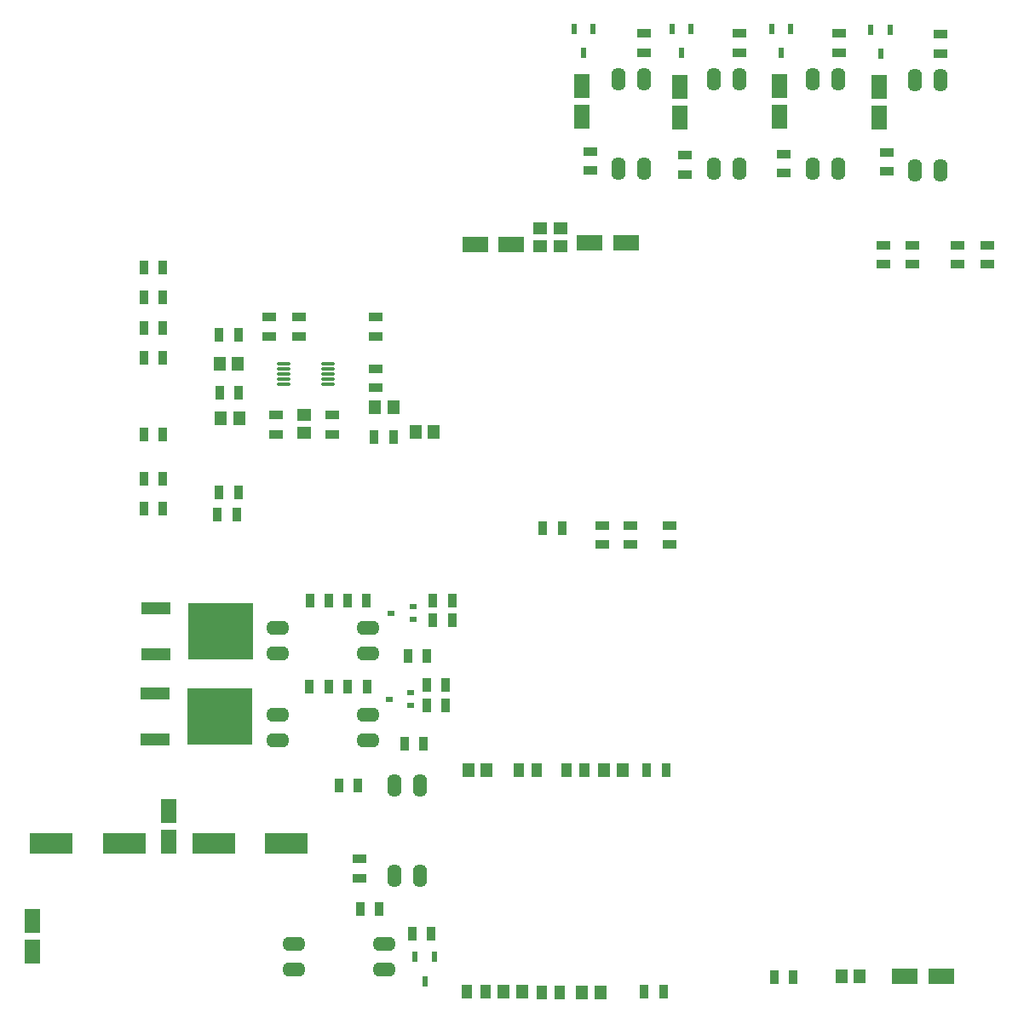
<source format=gbr>
G04*
G04 #@! TF.GenerationSoftware,Altium Limited,Altium Designer,23.4.1 (23)*
G04*
G04 Layer_Color=8421504*
%FSLAX44Y44*%
%MOMM*%
G71*
G04*
G04 #@! TF.SameCoordinates,D0D66092-9503-49CE-A8E5-9A8E55B049E1*
G04*
G04*
G04 #@! TF.FilePolarity,Positive*
G04*
G01*
G75*
%ADD15R,1.5500X2.4000*%
%ADD16R,2.6500X1.6500*%
%ADD17R,1.1500X1.4500*%
%ADD18R,1.4500X1.1500*%
%ADD19R,4.2000X2.1000*%
%ADD20R,1.1000X1.4500*%
%ADD21O,1.4000X2.3000*%
%ADD22O,2.3000X1.4000*%
%ADD23O,1.4500X0.3000*%
%ADD24R,0.6000X1.0000*%
%ADD25R,0.8000X0.5500*%
%ADD26R,1.4000X0.9500*%
%ADD27R,0.9500X1.4000*%
%ADD28R,3.0000X1.2500*%
%ADD29R,6.4000X5.5500*%
D15*
X165500Y200000D02*
D03*
Y169500D02*
D03*
X29677Y59794D02*
D03*
Y90294D02*
D03*
X772500Y889500D02*
D03*
Y920000D02*
D03*
X673500Y919750D02*
D03*
Y889250D02*
D03*
X576500Y889500D02*
D03*
Y920000D02*
D03*
X871500Y919000D02*
D03*
Y888500D02*
D03*
D16*
X897000Y35000D02*
D03*
X933000D02*
D03*
X470000Y763000D02*
D03*
X506000D02*
D03*
X620000Y764000D02*
D03*
X584000D02*
D03*
D17*
X834000Y35000D02*
D03*
X852000D02*
D03*
X370750Y601000D02*
D03*
X388750D02*
D03*
X235500Y590250D02*
D03*
X217500D02*
D03*
X234000Y643750D02*
D03*
X216000D02*
D03*
X498500Y20000D02*
D03*
X516500D02*
D03*
X594500Y19500D02*
D03*
X576500D02*
D03*
X481500Y240000D02*
D03*
X463500D02*
D03*
X616500D02*
D03*
X598500D02*
D03*
X411000Y576500D02*
D03*
X429000D02*
D03*
D18*
X300000Y593250D02*
D03*
Y575250D02*
D03*
X535000Y779000D02*
D03*
Y761000D02*
D03*
X555000Y779000D02*
D03*
Y761000D02*
D03*
D19*
X121250Y167500D02*
D03*
X48750D02*
D03*
X282500D02*
D03*
X210000D02*
D03*
D20*
X462000Y20000D02*
D03*
X480000D02*
D03*
X513500Y240000D02*
D03*
X531500D02*
D03*
X561000Y240000D02*
D03*
X579000D02*
D03*
X554500Y19500D02*
D03*
X536500D02*
D03*
D21*
X389800Y135250D02*
D03*
X415200D02*
D03*
X389800Y224750D02*
D03*
X415200D02*
D03*
X932700Y926250D02*
D03*
X907300D02*
D03*
X932700Y836750D02*
D03*
X907300D02*
D03*
X637700Y927250D02*
D03*
X612300D02*
D03*
X637700Y837750D02*
D03*
X612300D02*
D03*
X732700Y927250D02*
D03*
X707300D02*
D03*
X732700Y837750D02*
D03*
X707300D02*
D03*
X831200Y927250D02*
D03*
X805800D02*
D03*
X831200Y837750D02*
D03*
X805800D02*
D03*
D22*
X379750Y42300D02*
D03*
Y67700D02*
D03*
X290250Y42300D02*
D03*
Y67700D02*
D03*
X363500Y356050D02*
D03*
Y381450D02*
D03*
X274000Y356050D02*
D03*
Y381450D02*
D03*
X363750Y270050D02*
D03*
Y295450D02*
D03*
X274250Y270050D02*
D03*
Y295450D02*
D03*
D23*
X324000Y629000D02*
D03*
X280000Y644000D02*
D03*
Y639000D02*
D03*
Y634000D02*
D03*
Y629000D02*
D03*
Y624000D02*
D03*
X324000Y644000D02*
D03*
Y639000D02*
D03*
Y634000D02*
D03*
Y624000D02*
D03*
D24*
X420000Y30500D02*
D03*
X410500Y54500D02*
D03*
X429500D02*
D03*
X873000Y952000D02*
D03*
X882500Y976000D02*
D03*
X863500D02*
D03*
X587500Y977000D02*
D03*
X568500D02*
D03*
X578000Y953000D02*
D03*
X675000D02*
D03*
X684500Y977000D02*
D03*
X665500D02*
D03*
X783500D02*
D03*
X764500D02*
D03*
X774000Y953000D02*
D03*
D25*
X386750Y396500D02*
D03*
X408250Y403000D02*
D03*
Y390000D02*
D03*
X406000Y304500D02*
D03*
Y317500D02*
D03*
X384500Y311000D02*
D03*
D26*
X355000Y133000D02*
D03*
Y152000D02*
D03*
X328000Y574250D02*
D03*
Y593250D02*
D03*
X371000Y690500D02*
D03*
Y671500D02*
D03*
Y620500D02*
D03*
Y639500D02*
D03*
X265750Y690500D02*
D03*
Y671500D02*
D03*
X272000Y593250D02*
D03*
Y574250D02*
D03*
X294750Y671500D02*
D03*
Y690500D02*
D03*
X879000Y835500D02*
D03*
Y854500D02*
D03*
X932500Y952500D02*
D03*
Y971500D02*
D03*
X584250Y836250D02*
D03*
Y855250D02*
D03*
X637500Y953500D02*
D03*
Y972500D02*
D03*
X678250Y832500D02*
D03*
Y851500D02*
D03*
X732500Y953500D02*
D03*
Y972500D02*
D03*
X776750Y833750D02*
D03*
Y852750D02*
D03*
X832000Y953500D02*
D03*
Y972500D02*
D03*
X596250Y464250D02*
D03*
Y483250D02*
D03*
X979000Y743000D02*
D03*
Y762000D02*
D03*
X875500D02*
D03*
Y743000D02*
D03*
X624000Y464250D02*
D03*
Y483250D02*
D03*
X904500Y743000D02*
D03*
Y762000D02*
D03*
X949750Y743000D02*
D03*
Y762000D02*
D03*
X663250Y464250D02*
D03*
Y483250D02*
D03*
D27*
X334500Y225000D02*
D03*
X353500D02*
D03*
X556500Y481000D02*
D03*
X537500D02*
D03*
X767250Y34750D02*
D03*
X786250D02*
D03*
X369750Y571500D02*
D03*
X388750D02*
D03*
X216250Y615750D02*
D03*
X235250D02*
D03*
X215750Y673250D02*
D03*
X234750D02*
D03*
X638000Y20000D02*
D03*
X657000D02*
D03*
X640500Y240000D02*
D03*
X659500D02*
D03*
X356000Y102500D02*
D03*
X375000D02*
D03*
X407500Y78000D02*
D03*
X426500D02*
D03*
X403000Y354000D02*
D03*
X422000D02*
D03*
X306000Y409000D02*
D03*
X325000D02*
D03*
X362000D02*
D03*
X343000D02*
D03*
X428000Y389000D02*
D03*
X447000D02*
D03*
X428000Y409000D02*
D03*
X447000D02*
D03*
X418750Y266500D02*
D03*
X399750D02*
D03*
X305500Y323250D02*
D03*
X324500D02*
D03*
X362500D02*
D03*
X343500D02*
D03*
X421750Y304750D02*
D03*
X440750D02*
D03*
X421750Y324750D02*
D03*
X440750D02*
D03*
X159500Y500000D02*
D03*
X140500D02*
D03*
Y530000D02*
D03*
X159500D02*
D03*
X214000Y494500D02*
D03*
X233000D02*
D03*
X215500Y516000D02*
D03*
X234500D02*
D03*
X140500Y574000D02*
D03*
X159500D02*
D03*
X140500Y650000D02*
D03*
X159500D02*
D03*
X140500Y680000D02*
D03*
X159500D02*
D03*
X140500Y710000D02*
D03*
X159500D02*
D03*
X140500Y740000D02*
D03*
X159500D02*
D03*
D28*
X151500Y271100D02*
D03*
X152500Y355700D02*
D03*
X151500Y316900D02*
D03*
X152500Y401500D02*
D03*
D29*
X216000Y294000D02*
D03*
X217000Y378600D02*
D03*
M02*

</source>
